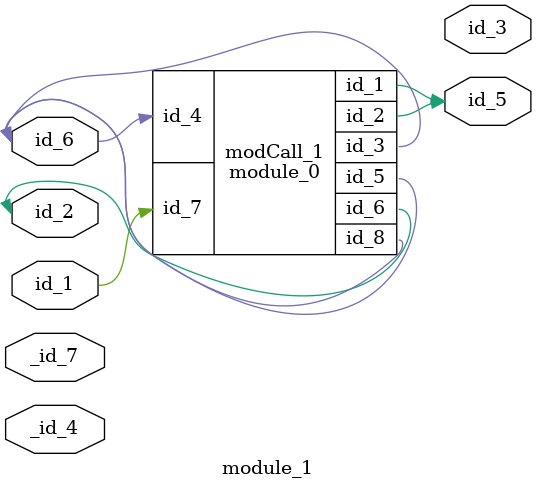
<source format=v>
module module_0 (
    id_1,
    id_2,
    id_3,
    id_4,
    id_5,
    id_6,
    id_7,
    id_8
);
  output wire id_8;
  input wire id_7;
  inout wire id_6;
  inout wire id_5;
  input wire id_4;
  output wire id_3;
  output wire id_2;
  output wire id_1;
  genvar id_9;
endmodule
module module_1 #(
    parameter id_4 = 32'd80,
    parameter id_7 = 32'd55
) (
    id_1,
    id_2,
    id_3,
    _id_4,
    id_5,
    id_6,
    _id_7
);
  input wire _id_7;
  inout wire id_6;
  output wire id_5;
  module_0 modCall_1 (
      id_5,
      id_5,
      id_6,
      id_6,
      id_6,
      id_2,
      id_1,
      id_6
  );
  input wire _id_4;
  output wire id_3;
  inout wire id_2;
  input wire id_1;
  wire [id_4 : id_7] id_8;
endmodule

</source>
